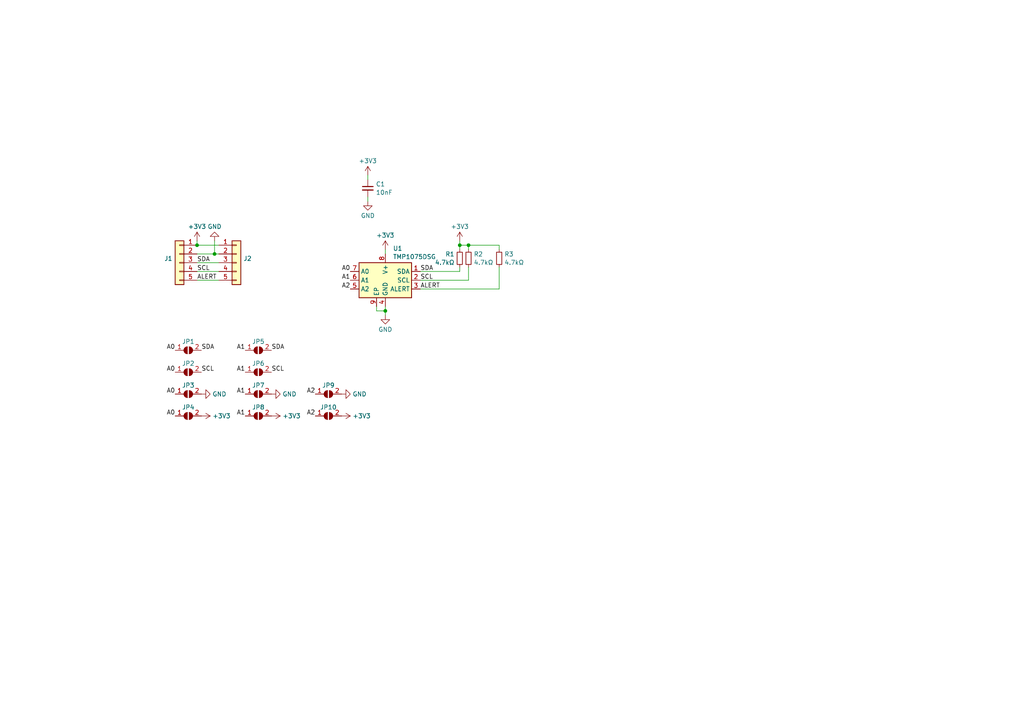
<source format=kicad_sch>
(kicad_sch (version 20230121) (generator eeschema)
  (paper "A4")
  (lib_symbols
    (symbol "Connector_Generic:Conn_01x05" (pin_names (offset 1.016) hide)
      (property "Reference" "J" (at 0 7.62 0))
      (property "Value" "Conn_01x05" (at 0 -7.62 0))
      (symbol "Conn_01x05_1_1"
        (rectangle (start -1.27 -4.953) (end 0 -5.207) (stroke (width 0.1524)))
        (rectangle (start -1.27 -2.413) (end 0 -2.667) (stroke (width 0.1524)))
        (rectangle (start -1.27 0.127) (end 0 -0.127) (stroke (width 0.1524)))
        (rectangle (start -1.27 2.667) (end 0 2.413) (stroke (width 0.1524)))
        (rectangle (start -1.27 5.207) (end 0 4.953) (stroke (width 0.1524)))
        (rectangle (start -1.27 6.35) (end 1.27 -6.35) (stroke (width 0.254)) (fill (type background)))
        (pin passive line (at -5.08 5.08 0) (length 3.81) (name "Pin_1") (number "1"))
        (pin passive line (at -5.08 2.54 0) (length 3.81) (name "Pin_2") (number "2"))
        (pin passive line (at -5.08 0 0) (length 3.81) (name "Pin_3") (number "3"))
        (pin passive line (at -5.08 -2.54 0) (length 3.81) (name "Pin_4") (number "4"))
        (pin passive line (at -5.08 -5.08 0) (length 3.81) (name "Pin_5") (number "5"))
      )
    )
    (symbol "Device:C_Small" (pin_numbers hide) (pin_names (offset 0.254) hide)
      (property "Reference" "C" (at 0.254 1.778 0))
      (property "Value" "C_Small" (at 0.254 -2.032 0))
      (symbol "C_Small_0_1"
        (polyline (pts (xy -1.524 -0.508) (xy 1.524 -0.508)) (stroke (width 0.3302)))
        (polyline (pts (xy -1.524 0.508) (xy 1.524 0.508)) (stroke (width 0.3048)))
      )
      (symbol "C_Small_1_1"
        (pin passive line (at 0 2.54 270) (length 2.032) (name "~") (number "1"))
        (pin passive line (at 0 -2.54 90) (length 2.032) (name "~") (number "2"))
      )
    )
    (symbol "Device:R_Small" (pin_numbers hide) (pin_names (offset 0.254) hide)
      (property "Reference" "R" (at 0.762 0.508 0))
      (property "Value" "R_Small" (at 0.762 -1.016 0))
      (symbol "R_Small_0_1"
        (rectangle (start -0.762 1.778) (end 0.762 -1.778) (stroke (width 0.2032)))
      )
      (symbol "R_Small_1_1"
        (pin passive line (at 0 2.54 270) (length 0.762) (name "~") (number "1"))
        (pin passive line (at 0 -2.54 90) (length 0.762) (name "~") (number "2"))
      )
    )
    (symbol "Jumper:SolderJumper_2_Open" (pin_names (offset 0) hide)
      (property "Reference" "JP" (at 0 2.032 0))
      (property "Value" "SolderJumper_2_Open" (at 0 -2.54 0))
      (symbol "SolderJumper_2_Open_0_1"
        (arc (start -0.254 1.016) (mid -1.2656 0) (end -0.254 -1.016))
        (arc (start -0.254 1.016) (mid -1.2656 0) (end -0.254 -1.016) (fill (type outline)))
        (polyline (pts (xy -0.254 1.016) (xy -0.254 -1.016)))
        (polyline (pts (xy 0.254 1.016) (xy 0.254 -1.016)))
        (arc (start 0.254 -1.016) (mid 1.2656 0) (end 0.254 1.016))
        (arc (start 0.254 -1.016) (mid 1.2656 0) (end 0.254 1.016) (fill (type outline)))
      )
      (symbol "SolderJumper_2_Open_1_1"
        (pin passive line (at -3.81 0 0) (length 2.54) (name "A") (number "1"))
        (pin passive line (at 3.81 0 180) (length 2.54) (name "B") (number "2"))
      )
    )
    (symbol "Sensor_Temperature:TMP1075DSG"
      (property "Reference" "U" (at -6.35 6.35 0))
      (property "Value" "TMP1075DSG" (at 6.35 6.35 0))
      (symbol "TMP1075DSG_0_1"
        (rectangle (start -7.62 5.08) (end 7.62 -5.08) (stroke (width 0.254)) (fill (type background)))
      )
      (symbol "TMP1075DSG_1_1"
        (pin bidirectional line (at 10.16 2.54 180) (length 2.54) (name "SDA") (number "1"))
        (pin input line (at 10.16 0 180) (length 2.54) (name "SCL") (number "2"))
        (pin open_collector line (at 10.16 -2.54 180) (length 2.54) (name "ALERT") (number "3"))
        (pin power_in line (at 0 -7.62 90) (length 2.54) (name "GND") (number "4"))
        (pin input line (at -10.16 -2.54 0) (length 2.54) (name "A2") (number "5"))
        (pin input line (at -10.16 0 0) (length 2.54) (name "A1") (number "6"))
        (pin input line (at -10.16 2.54 0) (length 2.54) (name "A0") (number "7"))
        (pin power_in line (at 0 7.62 270) (length 2.54) (name "V+") (number "8"))
        (pin passive line (at -2.54 -7.62 90) (length 2.54) (name "EP") (number "9"))
      )
    )
    (symbol "power:+3V3" (power) (pin_names (offset 0))
      (property "Value" "+3V3" (at 0 3.556 0))
      (symbol "+3V3_0_1"
        (polyline (pts (xy -0.762 1.27) (xy 0 2.54)))
        (polyline (pts (xy 0 0) (xy 0 2.54)))
        (polyline (pts (xy 0 2.54) (xy 0.762 1.27)))
      )
      (symbol "+3V3_1_1"
        (pin power_in line (at 0 0 90) (length 0) hide (name "+3V3") (number "1"))
      )
    )
    (symbol "power:GND" (power) (pin_names (offset 0))
      (property "Value" "GND" (at 0 -3.81 0))
      (symbol "GND_0_1"
        (polyline (pts (xy 0 0) (xy 0 -1.27) (xy 1.27 -1.27) (xy 0 -2.54) (xy -1.27 -1.27) (xy 0 -1.27)))
      )
      (symbol "GND_1_1"
        (pin power_in line (at 0 0 270) (length 0) hide (name "GND") (number "1"))
      )
    )
  )
  (junction (at 135.89 71.12))
  (junction (at 57.15 71.12))
  (junction (at 111.76 90.17))
  (junction (at 133.35 71.12))
  (junction (at 62.23 73.66))
  (wire (pts (xy 121.92 83.82) (xy 144.78 83.82)))
  (wire (pts (xy 144.78 83.82) (xy 144.78 77.47)))
  (wire (pts (xy 106.68 50.8) (xy 106.68 52.07)))
  (wire (pts (xy 135.89 81.28) (xy 135.89 77.47)))
  (wire (pts (xy 62.23 73.66) (xy 63.5 73.66)))
  (wire (pts (xy 144.78 72.39) (xy 144.78 71.12)))
  (wire (pts (xy 111.76 72.39) (xy 111.76 73.66)))
  (wire (pts (xy 57.15 81.28) (xy 63.5 81.28)))
  (wire (pts (xy 111.76 90.17) (xy 111.76 91.44)))
  (wire (pts (xy 144.78 71.12) (xy 135.89 71.12)))
  (wire (pts (xy 121.92 78.74) (xy 133.35 78.74)))
  (wire (pts (xy 57.15 78.74) (xy 63.5 78.74)))
  (wire (pts (xy 106.68 57.15) (xy 106.68 58.42)))
  (wire (pts (xy 57.15 69.85) (xy 57.15 71.12)))
  (wire (pts (xy 111.76 88.9) (xy 111.76 90.17)))
  (wire (pts (xy 133.35 69.85) (xy 133.35 71.12)))
  (wire (pts (xy 57.15 71.12) (xy 63.5 71.12)))
  (wire (pts (xy 111.76 90.17) (xy 109.22 90.17)))
  (wire (pts (xy 133.35 78.74) (xy 133.35 77.47)))
  (wire (pts (xy 109.22 90.17) (xy 109.22 88.9)))
  (wire (pts (xy 62.23 69.85) (xy 62.23 73.66)))
  (wire (pts (xy 121.92 81.28) (xy 135.89 81.28)))
  (wire (pts (xy 135.89 71.12) (xy 135.89 72.39)))
  (wire (pts (xy 57.15 73.66) (xy 62.23 73.66)))
  (wire (pts (xy 57.15 76.2) (xy 63.5 76.2)))
  (wire (pts (xy 133.35 71.12) (xy 135.89 71.12)))
  (wire (pts (xy 133.35 71.12) (xy 133.35 72.39)))
  (label "A2" (at 91.44 114.3 180))
  (label "ALERT" (at 121.92 83.82 0))
  (label "SCL" (at 57.15 78.74 0))
  (label "A1" (at 71.12 107.95 180))
  (label "SCL" (at 78.74 107.95 0))
  (label "A1" (at 71.12 120.65 180))
  (label "A0" (at 50.8 114.3 180))
  (label "SDA" (at 58.42 101.6 0))
  (label "A2" (at 91.44 120.65 180))
  (label "A0" (at 101.6 78.74 180))
  (label "ALERT" (at 57.15 81.28 0))
  (label "A0" (at 50.8 120.65 180))
  (label "A1" (at 101.6 81.28 180))
  (label "A2" (at 101.6 83.82 180))
  (label "A1" (at 71.12 101.6 180))
  (label "A0" (at 50.8 101.6 180))
  (label "SCL" (at 58.42 107.95 0))
  (label "A1" (at 71.12 114.3 180))
  (label "A0" (at 50.8 107.95 180))
  (label "SDA" (at 57.15 76.2 0))
  (label "SDA" (at 78.74 101.6 0))
  (label "SDA" (at 121.92 78.74 0))
  (label "SCL" (at 121.92 81.28 0))
  (symbol (lib_id "Connector_Generic:Conn_01x05") (at 68.58 76.2 0) (unit 1)
    (property "Reference" "J2" (at 70.612 74.9879 0) (effects (justify left)))
    (property "Value" "Conn_01x05" (effects hide))
    (property "Footprint" "Connector_PinHeader_1.00mm:PinHeader_1x05_P1.00mm_Vertical" (effects hide))
  )
  (symbol (lib_id "Connector_Generic:Conn_01x05") (at 52.07 76.2 0) (mirror y) (unit 1)
    (property "Reference" "J1" (at 50.038 74.9879 0) (effects (justify left)))
    (property "Value" "Conn_01x05" (effects hide))
    (property "Footprint" "Connector_PinHeader_1.00mm:PinHeader_1x05_P1.00mm_Vertical" (effects hide))
  )
  (symbol (lib_id "Jumper:SolderJumper_2_Open") (at 95.25 114.3 0) (unit 1)
    (property "Reference" "JP9" (at 95.25 111.76 0))
    (property "Value" "SolderJumper_2_Open" (effects hide))
    (property "Footprint" "Resistor_SMD:R_0201_0603Metric" (effects hide))
  )
  (symbol (lib_id "power:GND") (at 111.76 91.44 0) (unit 1)
    (property "Reference" "#PWR02" (effects hide))
    (property "Value" "GND" (at 111.76 95.5731 0))
  )
  (symbol (lib_id "Device:R_Small") (at 144.78 74.93 0) (unit 1)
    (property "Reference" "R3" (at 146.2786 73.7179 0) (effects (justify left)))
    (property "Value" "4.7kΩ" (at 146.2786 76.1421 0) (effects (justify left)))
    (property "Footprint" "Resistor_SMD:R_0402_1005Metric" (effects hide))
  )
  (symbol (lib_id "Jumper:SolderJumper_2_Open") (at 95.25 120.65 0) (unit 1)
    (property "Reference" "JP10" (at 95.25 118.11 0))
    (property "Value" "SolderJumper_2_Open" (effects hide))
    (property "Footprint" "Resistor_SMD:R_0201_0603Metric" (effects hide))
  )
  (symbol (lib_id "Device:R_Small") (at 135.89 74.93 0) (unit 1)
    (property "Reference" "R2" (at 137.3886 73.7179 0) (effects (justify left)))
    (property "Value" "4.7kΩ" (at 137.3886 76.1421 0) (effects (justify left)))
    (property "Footprint" "Resistor_SMD:R_0402_1005Metric" (effects hide))
  )
  (symbol (lib_id "power:+3V3") (at 99.06 120.65 270) (unit 1)
    (property "Reference" "#PWR011" (effects hide))
    (property "Value" "+3V3" (at 102.235 120.65 90) (effects (justify left)))
  )
  (symbol (lib_id "Jumper:SolderJumper_2_Open") (at 74.93 114.3 0) (unit 1)
    (property "Reference" "JP7" (at 74.93 111.76 0))
    (property "Value" "SolderJumper_2_Open" (effects hide))
    (property "Footprint" "Resistor_SMD:R_0201_0603Metric" (effects hide))
  )
  (symbol (lib_id "power:GND") (at 99.06 114.3 90) (unit 1)
    (property "Reference" "#PWR010" (effects hide))
    (property "Value" "GND" (at 102.235 114.3 90) (effects (justify right)))
  )
  (symbol (lib_id "Jumper:SolderJumper_2_Open") (at 54.61 120.65 0) (unit 1)
    (property "Reference" "JP4" (at 54.61 118.11 0))
    (property "Value" "SolderJumper_2_Open" (effects hide))
    (property "Footprint" "Resistor_SMD:R_0201_0603Metric" (effects hide))
  )
  (symbol (lib_id "power:GND") (at 106.68 58.42 0) (unit 1)
    (property "Reference" "#PWR013" (effects hide))
    (property "Value" "GND" (at 106.68 62.5531 0))
  )
  (symbol (lib_id "power:+3V3") (at 106.68 50.8 0) (unit 1)
    (property "Reference" "#PWR012" (effects hide))
    (property "Value" "+3V3" (at 106.68 46.6669 0))
  )
  (symbol (lib_id "Jumper:SolderJumper_2_Open") (at 74.93 107.95 0) (unit 1)
    (property "Reference" "JP6" (at 74.93 105.41 0))
    (property "Value" "SolderJumper_2_Open" (effects hide))
    (property "Footprint" "Resistor_SMD:R_0201_0603Metric" (effects hide))
  )
  (symbol (lib_id "power:GND") (at 62.23 69.85 180) (unit 1)
    (property "Reference" "#PWR04" (effects hide))
    (property "Value" "GND" (at 62.23 65.7169 0))
  )
  (symbol (lib_id "power:GND") (at 58.42 114.3 90) (unit 1)
    (property "Reference" "#PWR06" (effects hide))
    (property "Value" "GND" (at 61.595 114.3 90) (effects (justify right)))
  )
  (symbol (lib_id "Jumper:SolderJumper_2_Open") (at 54.61 101.6 0) (unit 1)
    (property "Reference" "JP1" (at 54.61 99.06 0))
    (property "Value" "SolderJumper_2_Open" (effects hide))
    (property "Footprint" "Resistor_SMD:R_0201_0603Metric" (effects hide))
  )
  (symbol (lib_id "power:+3V3") (at 57.15 69.85 0) (unit 1)
    (property "Reference" "#PWR03" (effects hide))
    (property "Value" "+3V3" (at 57.15 65.7169 0))
  )
  (symbol (lib_id "power:+3V3") (at 78.74 120.65 270) (unit 1)
    (property "Reference" "#PWR09" (effects hide))
    (property "Value" "+3V3" (at 81.915 120.65 90) (effects (justify left)))
  )
  (symbol (lib_id "Sensor_Temperature:TMP1075DSG") (at 111.76 81.28 0) (unit 1)
    (property "Reference" "U1" (at 113.9541 72.0557 0) (effects (justify left)))
    (property "Value" "TMP1075DSG" (at 113.9541 74.4799 0) (effects (justify left)))
    (property "Footprint" "Package_SON:WSON-8-1EP_2x2mm_P0.5mm_EP0.9x1.6mm_ThermalVias" (effects hide))
    (property "Datasheet" "https://www.ti.com/lit/gpn/tmp1075" (effects hide))
  )
  (symbol (lib_id "Device:R_Small") (at 133.35 74.93 0) (mirror y) (unit 1)
    (property "Reference" "R1" (at 131.8514 73.7179 0) (effects (justify left)))
    (property "Value" "4.7kΩ" (at 131.8514 76.1421 0) (effects (justify left)))
    (property "Footprint" "Resistor_SMD:R_0402_1005Metric" (effects hide))
  )
  (symbol (lib_id "power:+3V3") (at 58.42 120.65 270) (unit 1)
    (property "Reference" "#PWR07" (effects hide))
    (property "Value" "+3V3" (at 61.595 120.65 90) (effects (justify left)))
  )
  (symbol (lib_id "power:+3V3") (at 111.76 72.39 0) (unit 1)
    (property "Reference" "#PWR01" (effects hide))
    (property "Value" "+3V3" (at 111.76 68.2569 0))
  )
  (symbol (lib_id "Device:C_Small") (at 106.68 54.61 0) (unit 1)
    (property "Reference" "C1" (at 109.0041 53.4042 0) (effects (justify left)))
    (property "Value" "10nF" (at 109.0041 55.8284 0) (effects (justify left)))
    (property "Footprint" "Capacitor_SMD:C_0402_1005Metric" (effects hide))
  )
  (symbol (lib_id "Jumper:SolderJumper_2_Open") (at 54.61 114.3 0) (unit 1)
    (property "Reference" "JP3" (at 54.61 111.76 0))
    (property "Value" "SolderJumper_2_Open" (effects hide))
    (property "Footprint" "Resistor_SMD:R_0201_0603Metric" (effects hide))
  )
  (symbol (lib_id "power:+3V3") (at 133.35 69.85 0) (unit 1)
    (property "Reference" "#PWR05" (effects hide))
    (property "Value" "+3V3" (at 133.35 65.7169 0))
  )
  (symbol (lib_id "Jumper:SolderJumper_2_Open") (at 74.93 101.6 0) (unit 1)
    (property "Reference" "JP5" (at 74.93 99.06 0))
    (property "Value" "SolderJumper_2_Open" (effects hide))
    (property "Footprint" "Resistor_SMD:R_0201_0603Metric" (effects hide))
  )
  (symbol (lib_id "Jumper:SolderJumper_2_Open") (at 74.93 120.65 0) (unit 1)
    (property "Reference" "JP8" (at 74.93 118.11 0))
    (property "Value" "SolderJumper_2_Open" (effects hide))
    (property "Footprint" "Resistor_SMD:R_0201_0603Metric" (effects hide))
  )
  (symbol (lib_id "power:GND") (at 78.74 114.3 90) (unit 1)
    (property "Reference" "#PWR08" (effects hide))
    (property "Value" "GND" (at 81.915 114.3 90) (effects (justify right)))
  )
  (symbol (lib_id "Jumper:SolderJumper_2_Open") (at 54.61 107.95 0) (unit 1)
    (property "Reference" "JP2" (at 54.61 105.41 0))
    (property "Value" "SolderJumper_2_Open" (effects hide))
    (property "Footprint" "Resistor_SMD:R_0201_0603Metric" (effects hide))
  )
)
</source>
